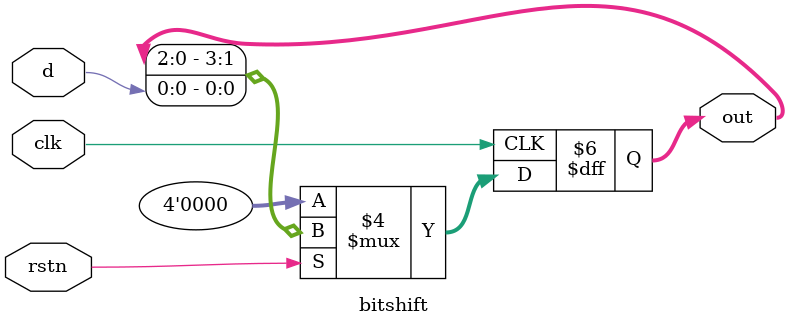
<source format=v>
module bitshift
  (
    input clk,
    input rstn,		
    input d,
    output reg [3:0] out
  );
    
	always@(posedge clk) begin
	    if (!rstn)
		    out <= 0;	
	    else begin
		    out <={out[2:0], d};
	    end
	end
	
endmodule
</source>
